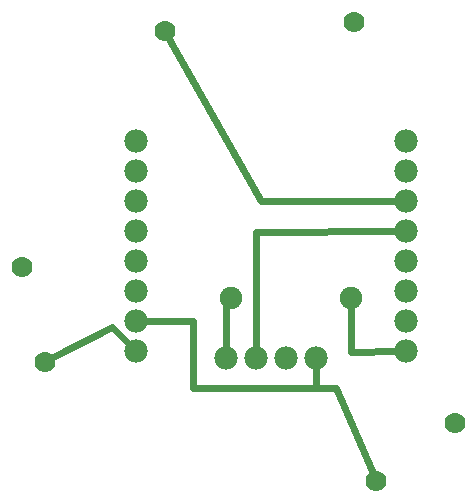
<source format=gtl>
G04 MADE WITH FRITZING*
G04 WWW.FRITZING.ORG*
G04 DOUBLE SIDED*
G04 HOLES PLATED*
G04 CONTOUR ON CENTER OF CONTOUR VECTOR*
%ASAXBY*%
%FSLAX23Y23*%
%MOIN*%
%OFA0B0*%
%SFA1.0B1.0*%
%ADD10C,0.070000*%
%ADD11C,0.077778*%
%ADD12C,0.078000*%
%ADD13C,0.075000*%
%ADD14C,0.024000*%
%LNCOPPER1*%
G90*
G70*
G54D10*
X533Y1640D03*
X1164Y1669D03*
X133Y537D03*
X1237Y138D03*
X56Y853D03*
X1499Y333D03*
G54D11*
X1336Y1273D03*
X1336Y1173D03*
X1336Y1073D03*
X1336Y973D03*
X1336Y873D03*
X1336Y773D03*
X1336Y673D03*
X1336Y573D03*
X436Y573D03*
X436Y673D03*
X436Y773D03*
X436Y873D03*
X436Y973D03*
X436Y1073D03*
X436Y1173D03*
X436Y1273D03*
X1336Y1273D03*
X1336Y1173D03*
X1336Y1073D03*
X1336Y973D03*
X1336Y873D03*
X1336Y773D03*
X1336Y673D03*
X1336Y573D03*
X436Y573D03*
X436Y673D03*
X436Y773D03*
X436Y873D03*
X436Y973D03*
X436Y1073D03*
X436Y1173D03*
X436Y1273D03*
G54D12*
X736Y549D03*
X836Y549D03*
X936Y549D03*
X1036Y549D03*
G54D13*
X753Y749D03*
X1153Y749D03*
G54D14*
X1153Y571D02*
X1307Y573D01*
D02*
X1153Y721D02*
X1153Y571D01*
D02*
X1102Y450D02*
X1225Y167D01*
D02*
X1036Y450D02*
X1102Y450D01*
D02*
X1036Y519D02*
X1036Y450D01*
D02*
X548Y1612D02*
X854Y1073D01*
D02*
X854Y1073D02*
X1307Y1073D01*
D02*
X628Y450D02*
X628Y673D01*
D02*
X628Y673D02*
X465Y673D01*
D02*
X1036Y450D02*
X628Y450D01*
D02*
X1036Y519D02*
X1036Y450D01*
D02*
X160Y552D02*
X356Y653D01*
D02*
X356Y653D02*
X415Y594D01*
D02*
X737Y749D02*
X736Y580D01*
D02*
X725Y749D02*
X737Y749D01*
D02*
X837Y971D02*
X836Y580D01*
D02*
X1307Y973D02*
X837Y971D01*
G04 End of Copper1*
M02*
</source>
